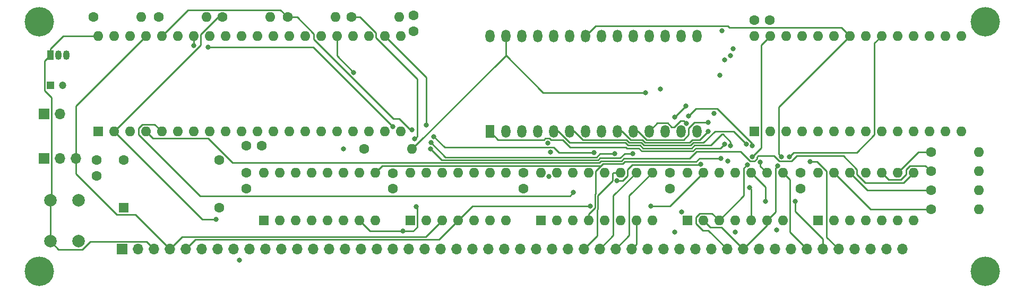
<source format=gtl>
G04 #@! TF.GenerationSoftware,KiCad,Pcbnew,(5.1.9-0-10_14)*
G04 #@! TF.CreationDate,2021-05-12T02:12:47+02:00*
G04 #@! TF.ProjectId,mainboard_v2,6d61696e-626f-4617-9264-5f76322e6b69,rev?*
G04 #@! TF.SameCoordinates,Original*
G04 #@! TF.FileFunction,Copper,L1,Top*
G04 #@! TF.FilePolarity,Positive*
%FSLAX46Y46*%
G04 Gerber Fmt 4.6, Leading zero omitted, Abs format (unit mm)*
G04 Created by KiCad (PCBNEW (5.1.9-0-10_14)) date 2021-05-12 02:12:47*
%MOMM*%
%LPD*%
G01*
G04 APERTURE LIST*
G04 #@! TA.AperFunction,ComponentPad*
%ADD10O,1.440000X2.000000*%
G04 #@! TD*
G04 #@! TA.AperFunction,ComponentPad*
%ADD11R,1.440000X2.000000*%
G04 #@! TD*
G04 #@! TA.AperFunction,ComponentPad*
%ADD12C,1.600000*%
G04 #@! TD*
G04 #@! TA.AperFunction,ComponentPad*
%ADD13R,1.600000X1.600000*%
G04 #@! TD*
G04 #@! TA.AperFunction,ComponentPad*
%ADD14O,1.600000X1.600000*%
G04 #@! TD*
G04 #@! TA.AperFunction,ComponentPad*
%ADD15O,1.700000X1.700000*%
G04 #@! TD*
G04 #@! TA.AperFunction,ComponentPad*
%ADD16R,1.700000X1.700000*%
G04 #@! TD*
G04 #@! TA.AperFunction,ComponentPad*
%ADD17C,2.000000*%
G04 #@! TD*
G04 #@! TA.AperFunction,ComponentPad*
%ADD18C,4.700000*%
G04 #@! TD*
G04 #@! TA.AperFunction,ComponentPad*
%ADD19R,1.050000X1.500000*%
G04 #@! TD*
G04 #@! TA.AperFunction,ComponentPad*
%ADD20O,1.050000X1.500000*%
G04 #@! TD*
G04 #@! TA.AperFunction,ComponentPad*
%ADD21C,1.200000*%
G04 #@! TD*
G04 #@! TA.AperFunction,ComponentPad*
%ADD22R,1.200000X1.200000*%
G04 #@! TD*
G04 #@! TA.AperFunction,ViaPad*
%ADD23C,0.800000*%
G04 #@! TD*
G04 #@! TA.AperFunction,Conductor*
%ADD24C,0.254000*%
G04 #@! TD*
G04 #@! TA.AperFunction,Conductor*
%ADD25C,0.250000*%
G04 #@! TD*
G04 APERTURE END LIST*
D10*
X165862000Y-86868000D03*
X165862000Y-102108000D03*
X163322000Y-86868000D03*
X163322000Y-102108000D03*
X160782000Y-86868000D03*
X160782000Y-102108000D03*
X158242000Y-86868000D03*
X158242000Y-102108000D03*
X155702000Y-86868000D03*
X155702000Y-102108000D03*
X153162000Y-86868000D03*
X153162000Y-102108000D03*
X150622000Y-86868000D03*
X150622000Y-102108000D03*
X148082000Y-86868000D03*
X148082000Y-102108000D03*
X145542000Y-86868000D03*
X145542000Y-102108000D03*
X143002000Y-86868000D03*
X143002000Y-102108000D03*
X140462000Y-86868000D03*
X140462000Y-102108000D03*
X137922000Y-86868000D03*
X137922000Y-102108000D03*
X135382000Y-86868000D03*
X135382000Y-102108000D03*
X132842000Y-86868000D03*
D11*
X132842000Y-102108000D03*
D12*
X89662000Y-114300000D03*
X89662000Y-106680000D03*
X74422000Y-106680000D03*
D13*
X74422000Y-114300000D03*
D14*
X70358000Y-86868000D03*
X118618000Y-102108000D03*
X72898000Y-86868000D03*
X116078000Y-102108000D03*
X75438000Y-86868000D03*
X113538000Y-102108000D03*
X77978000Y-86868000D03*
X110998000Y-102108000D03*
X80518000Y-86868000D03*
X108458000Y-102108000D03*
X83058000Y-86868000D03*
X105918000Y-102108000D03*
X85598000Y-86868000D03*
X103378000Y-102108000D03*
X88138000Y-86868000D03*
X100838000Y-102108000D03*
X90678000Y-86868000D03*
X98298000Y-102108000D03*
X93218000Y-86868000D03*
X95758000Y-102108000D03*
X95758000Y-86868000D03*
X93218000Y-102108000D03*
X98298000Y-86868000D03*
X90678000Y-102108000D03*
X100838000Y-86868000D03*
X88138000Y-102108000D03*
X103378000Y-86868000D03*
X85598000Y-102108000D03*
X105918000Y-86868000D03*
X83058000Y-102108000D03*
X108458000Y-86868000D03*
X80518000Y-102108000D03*
X110998000Y-86868000D03*
X77978000Y-102108000D03*
X113538000Y-86868000D03*
X75438000Y-102108000D03*
X116078000Y-86868000D03*
X72898000Y-102108000D03*
X118618000Y-86868000D03*
D13*
X70358000Y-102108000D03*
D15*
X64262000Y-99314000D03*
D16*
X61722000Y-99314000D03*
D17*
X62738000Y-113134000D03*
X67238000Y-113134000D03*
X62738000Y-119634000D03*
X67238000Y-119634000D03*
D14*
X77216000Y-83820000D03*
D12*
X69596000Y-83820000D03*
D14*
X164338000Y-108712000D03*
X179578000Y-116332000D03*
X166878000Y-108712000D03*
X177038000Y-116332000D03*
X169418000Y-108712000D03*
X174498000Y-116332000D03*
X171958000Y-108712000D03*
X171958000Y-116332000D03*
X174498000Y-108712000D03*
X169418000Y-116332000D03*
X177038000Y-108712000D03*
X166878000Y-116332000D03*
X179578000Y-108712000D03*
D13*
X164338000Y-116332000D03*
D14*
X120142000Y-108712000D03*
X135382000Y-116332000D03*
X122682000Y-108712000D03*
X132842000Y-116332000D03*
X125222000Y-108712000D03*
X130302000Y-116332000D03*
X127762000Y-108712000D03*
X127762000Y-116332000D03*
X130302000Y-108712000D03*
X125222000Y-116332000D03*
X132842000Y-108712000D03*
X122682000Y-116332000D03*
X135382000Y-108712000D03*
D13*
X120142000Y-116332000D03*
D18*
X60960000Y-124460000D03*
X211836000Y-124460000D03*
X60960000Y-84582000D03*
X211836000Y-84582000D03*
D14*
X185166000Y-108712000D03*
X200406000Y-116332000D03*
X187706000Y-108712000D03*
X197866000Y-116332000D03*
X190246000Y-108712000D03*
X195326000Y-116332000D03*
X192786000Y-108712000D03*
X192786000Y-116332000D03*
X195326000Y-108712000D03*
X190246000Y-116332000D03*
X197866000Y-108712000D03*
X187706000Y-116332000D03*
X200406000Y-108712000D03*
D13*
X185166000Y-116332000D03*
D15*
X196088000Y-120904000D03*
X198628000Y-120904000D03*
X193548000Y-120904000D03*
X191008000Y-120904000D03*
X188468000Y-120904000D03*
X185928000Y-120904000D03*
X183388000Y-120904000D03*
X180848000Y-120904000D03*
X178308000Y-120904000D03*
X175768000Y-120904000D03*
D16*
X74168000Y-120904000D03*
D15*
X76708000Y-120904000D03*
X79248000Y-120904000D03*
X81788000Y-120904000D03*
X84328000Y-120904000D03*
X86868000Y-120904000D03*
X89408000Y-120904000D03*
X91948000Y-120904000D03*
X94488000Y-120904000D03*
X97028000Y-120904000D03*
X99568000Y-120904000D03*
X102108000Y-120904000D03*
X104648000Y-120904000D03*
X107188000Y-120904000D03*
X109728000Y-120904000D03*
X112268000Y-120904000D03*
X114808000Y-120904000D03*
X117348000Y-120904000D03*
X119888000Y-120904000D03*
X122428000Y-120904000D03*
X124968000Y-120904000D03*
X127508000Y-120904000D03*
X130048000Y-120904000D03*
X132588000Y-120904000D03*
X135128000Y-120904000D03*
X137668000Y-120904000D03*
X140208000Y-120904000D03*
X142748000Y-120904000D03*
X145288000Y-120904000D03*
X147828000Y-120904000D03*
X150368000Y-120904000D03*
X152908000Y-120904000D03*
X155448000Y-120904000D03*
X157988000Y-120904000D03*
X160528000Y-120904000D03*
X163068000Y-120904000D03*
X165608000Y-120904000D03*
X168148000Y-120904000D03*
X170688000Y-120904000D03*
X173228000Y-120904000D03*
D14*
X140970000Y-108712000D03*
X158750000Y-116332000D03*
X143510000Y-108712000D03*
X156210000Y-116332000D03*
X146050000Y-108712000D03*
X153670000Y-116332000D03*
X148590000Y-108712000D03*
X151130000Y-116332000D03*
X151130000Y-108712000D03*
X148590000Y-116332000D03*
X153670000Y-108712000D03*
X146050000Y-116332000D03*
X156210000Y-108712000D03*
X143510000Y-116332000D03*
X158750000Y-108712000D03*
D13*
X140970000Y-116332000D03*
D14*
X96774000Y-108712000D03*
X114554000Y-116332000D03*
X99314000Y-108712000D03*
X112014000Y-116332000D03*
X101854000Y-108712000D03*
X109474000Y-116332000D03*
X104394000Y-108712000D03*
X106934000Y-116332000D03*
X106934000Y-108712000D03*
X104394000Y-116332000D03*
X109474000Y-108712000D03*
X101854000Y-116332000D03*
X112014000Y-108712000D03*
X99314000Y-116332000D03*
X114554000Y-108712000D03*
D13*
X96774000Y-116332000D03*
D14*
X175006000Y-86868000D03*
X208026000Y-102108000D03*
X177546000Y-86868000D03*
X205486000Y-102108000D03*
X180086000Y-86868000D03*
X202946000Y-102108000D03*
X182626000Y-86868000D03*
X200406000Y-102108000D03*
X185166000Y-86868000D03*
X197866000Y-102108000D03*
X187706000Y-86868000D03*
X195326000Y-102108000D03*
X190246000Y-86868000D03*
X192786000Y-102108000D03*
X192786000Y-86868000D03*
X190246000Y-102108000D03*
X195326000Y-86868000D03*
X187706000Y-102108000D03*
X197866000Y-86868000D03*
X185166000Y-102108000D03*
X200406000Y-86868000D03*
X182626000Y-102108000D03*
X202946000Y-86868000D03*
X180086000Y-102108000D03*
X205486000Y-86868000D03*
X177546000Y-102108000D03*
X208026000Y-86868000D03*
D13*
X175006000Y-102108000D03*
D19*
X62738000Y-89916000D03*
D20*
X65278000Y-89916000D03*
X64008000Y-89916000D03*
D14*
X210820000Y-114554000D03*
D12*
X203200000Y-114554000D03*
D14*
X210820000Y-111506000D03*
D12*
X203200000Y-111506000D03*
D14*
X210820000Y-108458000D03*
D12*
X203200000Y-108458000D03*
D14*
X210820000Y-105410000D03*
D12*
X203200000Y-105410000D03*
D14*
X120396000Y-104902000D03*
D12*
X112776000Y-104902000D03*
D14*
X118364000Y-83820000D03*
D12*
X110744000Y-83820000D03*
D14*
X108204000Y-83820000D03*
D12*
X100584000Y-83820000D03*
D14*
X97790000Y-83820000D03*
D12*
X90170000Y-83820000D03*
D14*
X87630000Y-83820000D03*
D12*
X80010000Y-83820000D03*
D15*
X66802000Y-106426000D03*
X64262000Y-106426000D03*
D16*
X61722000Y-106426000D03*
D12*
X182372000Y-111212000D03*
X182372000Y-108712000D03*
X96480000Y-104394000D03*
X93980000Y-104394000D03*
X120650000Y-83566000D03*
X120650000Y-86066000D03*
X177506000Y-84328000D03*
X175006000Y-84328000D03*
X70104000Y-109180000D03*
X70104000Y-106680000D03*
X93980000Y-111212000D03*
X93980000Y-108712000D03*
X117348000Y-111252000D03*
X117348000Y-108752000D03*
X138176000Y-111212000D03*
X138176000Y-108712000D03*
X161544000Y-111212000D03*
X161544000Y-108712000D03*
D21*
X64738000Y-94742000D03*
D22*
X62738000Y-94742000D03*
D23*
X178777254Y-107563593D03*
X179324000Y-106137010D03*
X173918325Y-107437633D03*
X174713929Y-106137010D03*
X92945429Y-122665395D03*
X169854914Y-86047063D03*
X171634012Y-88929644D03*
X171216983Y-89979036D03*
X170293845Y-90678008D03*
X169566835Y-93124983D03*
X164084000Y-98044000D03*
X162306000Y-99822000D03*
X164200333Y-100842639D03*
X109474000Y-104902000D03*
X111122376Y-92675000D03*
X170286349Y-104143032D03*
X118950048Y-118031952D03*
X121096913Y-114107086D03*
X122682000Y-101053998D03*
X142061251Y-103956000D03*
X142494000Y-105410000D03*
X171261328Y-104365381D03*
X142257800Y-109338100D03*
X173736000Y-104140000D03*
X160070839Y-95342009D03*
X168628745Y-99209690D03*
X167653895Y-102103092D03*
X167625421Y-100649091D03*
X158496000Y-114046000D03*
X148872268Y-114023977D03*
X123374012Y-104894802D03*
X120837296Y-103323444D03*
X155631024Y-105629010D03*
X178562000Y-117856000D03*
X171958000Y-118186023D03*
X146186115Y-111865736D03*
X183896000Y-106934000D03*
X174730896Y-104416022D03*
X157709928Y-95889855D03*
X164562803Y-99609346D03*
X176784000Y-113284000D03*
X181564913Y-113238913D03*
X180594000Y-106137010D03*
X120396000Y-101854000D03*
X163428802Y-114942009D03*
X162306000Y-118186011D03*
X152737871Y-105646364D03*
X123445980Y-103893589D03*
X89154000Y-116154011D03*
X174244000Y-111074001D03*
X87884000Y-88646000D03*
X85591933Y-88385933D03*
X153134702Y-110007413D03*
X166478001Y-107370347D03*
X149496798Y-105495956D03*
X123928940Y-102965105D03*
X117367987Y-101378135D03*
X170811228Y-106845021D03*
X169736817Y-106391010D03*
X175979869Y-106973915D03*
D24*
X66802000Y-98044000D02*
X66802000Y-106426000D01*
X77978000Y-86868000D02*
X66802000Y-98044000D01*
X66802000Y-108868602D02*
X66802000Y-106426000D01*
X73360399Y-115427001D02*
X66802000Y-108868602D01*
X76311001Y-115427001D02*
X73360399Y-115427001D01*
X81788000Y-120904000D02*
X76311001Y-115427001D01*
X122637021Y-118916979D02*
X83775021Y-118916979D01*
X83775021Y-118916979D02*
X81788000Y-120904000D01*
X125222000Y-116332000D02*
X122637021Y-118916979D01*
X169783001Y-117459001D02*
X173228000Y-120904000D01*
X168005001Y-117459001D02*
X169783001Y-117459001D01*
X166878000Y-116332000D02*
X168005001Y-117459001D01*
X177038000Y-117094000D02*
X177038000Y-116332000D01*
X173228000Y-120904000D02*
X177038000Y-117094000D01*
X188880976Y-85502976D02*
X190246000Y-86868000D01*
X171045115Y-85502976D02*
X188880976Y-85502976D01*
X148082000Y-86868000D02*
X149701024Y-85248976D01*
X149701024Y-85248976D02*
X170791115Y-85248976D01*
X170791115Y-85248976D02*
X171045115Y-85502976D01*
X190246000Y-86868000D02*
X178924001Y-98189999D01*
X178924001Y-105737011D02*
X179324000Y-106137010D01*
X178924001Y-98189999D02*
X178924001Y-105737011D01*
X178377255Y-107963592D02*
X178777254Y-107563593D01*
X177038000Y-116332000D02*
X178377255Y-114992745D01*
X178377255Y-114992745D02*
X178377255Y-107963592D01*
X166791048Y-117913010D02*
X167697010Y-117913010D01*
X165750999Y-116872961D02*
X166791048Y-117913010D01*
X165750999Y-115791039D02*
X165750999Y-116872961D01*
X166337039Y-115204999D02*
X165750999Y-115791039D01*
X167697010Y-117913010D02*
X170688000Y-120904000D01*
X168290999Y-115204999D02*
X166337039Y-115204999D01*
X169418000Y-116332000D02*
X168290999Y-115204999D01*
X177546000Y-86868000D02*
X176133001Y-88280999D01*
X176133001Y-88280999D02*
X176133001Y-104717938D01*
X176133001Y-104717938D02*
X174713929Y-106137010D01*
X169418000Y-116332000D02*
X173370999Y-112379001D01*
X173370999Y-112379001D02*
X173370999Y-107984959D01*
X173370999Y-107984959D02*
X173918325Y-107437633D01*
X193548000Y-114554000D02*
X187706000Y-108712000D01*
X203200000Y-114554000D02*
X193548000Y-114554000D01*
X193040000Y-111506000D02*
X190246000Y-108712000D01*
X203200000Y-111506000D02*
X193040000Y-111506000D01*
X202326999Y-107584999D02*
X203200000Y-108458000D01*
X199865039Y-107584999D02*
X202326999Y-107584999D01*
X199278999Y-108171039D02*
X199865039Y-107584999D01*
X199278999Y-108966963D02*
X199278999Y-108171039D01*
X198406961Y-109839001D02*
X199278999Y-108966963D01*
X196453001Y-109839001D02*
X198406961Y-109839001D01*
X195326000Y-108712000D02*
X196453001Y-109839001D01*
X201168000Y-105410000D02*
X203200000Y-105410000D01*
X197866000Y-108712000D02*
X201168000Y-105410000D01*
X156210000Y-120142000D02*
X155448000Y-120904000D01*
X156210000Y-116332000D02*
X156210000Y-120142000D01*
X155082999Y-112379001D02*
X158750000Y-108712000D01*
X155082999Y-118729001D02*
X155082999Y-112379001D01*
X152908000Y-120904000D02*
X155082999Y-118729001D01*
X152542999Y-118729001D02*
X150368000Y-120904000D01*
X152542999Y-112379001D02*
X152542999Y-118729001D01*
X156210000Y-108712000D02*
X152542999Y-112379001D01*
X149964456Y-118767544D02*
X149964456Y-114655725D01*
X150053272Y-112328728D02*
X152401719Y-109980281D01*
X147828000Y-120904000D02*
X149964456Y-118767544D01*
X149964456Y-114655725D02*
X150053272Y-114566909D01*
X152401719Y-109980281D02*
X152401719Y-108848911D01*
X152538630Y-108712000D02*
X153670000Y-108712000D01*
X150053272Y-114566909D02*
X150053272Y-112328728D01*
X152401719Y-108848911D02*
X152538630Y-108712000D01*
X164084000Y-98044000D02*
X162306000Y-99822000D01*
X158242000Y-102108000D02*
X159569009Y-100780991D01*
X163800334Y-100442640D02*
X164200333Y-100842639D01*
X161236979Y-100780991D02*
X161850303Y-101394315D01*
X161850303Y-101394315D02*
X162274990Y-101394315D01*
X163226665Y-100442640D02*
X163800334Y-100442640D01*
X162274990Y-101394315D02*
X163226665Y-100442640D01*
X159569009Y-100780991D02*
X161236979Y-100780991D01*
D25*
X108458000Y-90010624D02*
X108458000Y-86868000D01*
X111122376Y-92675000D02*
X108458000Y-90010624D01*
D24*
X169632340Y-104797041D02*
X170286349Y-104143032D01*
X165235417Y-105251051D02*
X165689427Y-104797041D01*
X157056090Y-105251051D02*
X165235417Y-105251051D01*
X156602082Y-104797043D02*
X157056090Y-105251051D01*
X142568315Y-103435010D02*
X144466247Y-103435010D01*
X142362292Y-103228987D02*
X142568315Y-103435010D01*
X141712301Y-103228987D02*
X142362292Y-103228987D01*
X154555101Y-104648000D02*
X154704144Y-104797043D01*
X144466247Y-103435010D02*
X145679237Y-104648000D01*
X141506278Y-103435010D02*
X141712301Y-103228987D01*
X165689427Y-104797041D02*
X169632340Y-104797041D01*
X134169010Y-103435010D02*
X141506278Y-103435010D01*
X154704144Y-104797043D02*
X156602082Y-104797043D01*
X145679237Y-104648000D02*
X154555101Y-104648000D01*
X132842000Y-102108000D02*
X134169010Y-103435010D01*
X113713952Y-118031952D02*
X112014000Y-116332000D01*
X118950048Y-118031952D02*
X113713952Y-118031952D01*
X121269001Y-114279174D02*
X121096913Y-114107086D01*
X121269001Y-117393601D02*
X121269001Y-114279174D01*
X120630650Y-118031952D02*
X121269001Y-117393601D01*
X118950048Y-118031952D02*
X120630650Y-118031952D01*
X122682000Y-93472000D02*
X122682000Y-101053998D01*
X116078000Y-86868000D02*
X122682000Y-93472000D01*
X170023643Y-102562011D02*
X171261328Y-103799696D01*
X171261328Y-103799696D02*
X171261328Y-104365381D01*
X154438190Y-103889021D02*
X154892201Y-104343032D01*
X168091185Y-104343031D02*
X169872205Y-102562011D01*
X156790135Y-104343032D02*
X157244146Y-104797041D01*
X165047359Y-104797041D02*
X165501368Y-104343032D01*
X154892201Y-104343032D02*
X156790135Y-104343032D01*
X145562326Y-103889021D02*
X154438190Y-103889021D01*
X169872205Y-102562011D02*
X170023643Y-102562011D01*
X165501368Y-104343032D02*
X168091185Y-104343031D01*
X143781305Y-102108000D02*
X145562326Y-103889021D01*
X157244146Y-104797041D02*
X165047359Y-104797041D01*
X143002000Y-102108000D02*
X143781305Y-102108000D01*
X146321305Y-102108000D02*
X147648315Y-103435010D01*
X166943939Y-103889021D02*
X168724960Y-102108000D01*
X168724960Y-102108000D02*
X171704000Y-102108000D01*
X156978190Y-103889021D02*
X157432202Y-104343031D01*
X155080258Y-103889021D02*
X156978190Y-103889021D01*
X165313311Y-103889021D02*
X166943939Y-103889021D01*
X147648315Y-103435010D02*
X154626247Y-103435010D01*
X164859301Y-104343031D02*
X165313311Y-103889021D01*
X171704000Y-102108000D02*
X173736000Y-104140000D01*
X157432202Y-104343031D02*
X164859301Y-104343031D01*
X154626247Y-103435010D02*
X155080258Y-103889021D01*
X145542000Y-102108000D02*
X146321305Y-102108000D01*
X153162000Y-102108000D02*
X153941305Y-102108000D01*
X153941305Y-102108000D02*
X155268315Y-103435010D01*
X165125254Y-103435010D02*
X166321977Y-103435010D01*
X155268315Y-103435010D02*
X157166247Y-103435010D01*
X157620258Y-103889021D02*
X164671243Y-103889021D01*
X166321977Y-103435010D02*
X167653895Y-102103092D01*
X164671243Y-103889021D02*
X165125254Y-103435010D01*
X157166247Y-103435010D02*
X157620258Y-103889021D01*
X164549294Y-101569640D02*
X165469843Y-100649091D01*
X155702000Y-102108000D02*
X156481305Y-102108000D01*
X157808315Y-103435010D02*
X163755685Y-103435010D01*
X156481305Y-102108000D02*
X157808315Y-103435010D01*
X163755685Y-103435010D02*
X164549294Y-102641401D01*
X164549294Y-102641401D02*
X164549294Y-101569640D01*
X165469843Y-100649091D02*
X167625421Y-100649091D01*
X161544000Y-114046000D02*
X166878000Y-108712000D01*
X158496000Y-114046000D02*
X161544000Y-114046000D01*
X130070023Y-114023977D02*
X148872268Y-114023977D01*
X127762000Y-116332000D02*
X130070023Y-114023977D01*
X84328000Y-120904000D02*
X85852000Y-119380000D01*
X124714000Y-119380000D02*
X127762000Y-116332000D01*
X85852000Y-119380000D02*
X124714000Y-119380000D01*
X64782000Y-86868000D02*
X70358000Y-86868000D01*
X62738000Y-88912000D02*
X64782000Y-86868000D01*
X62738000Y-89916000D02*
X62738000Y-88912000D01*
X67874961Y-120961001D02*
X64065001Y-120961001D01*
X64065001Y-120961001D02*
X62738000Y-119634000D01*
X69108963Y-119726999D02*
X67874961Y-120961001D01*
X78070999Y-119726999D02*
X69108963Y-119726999D01*
X79248000Y-120904000D02*
X78070999Y-119726999D01*
X62738000Y-119634000D02*
X62738000Y-113134000D01*
X61810999Y-95603601D02*
X61810999Y-90843001D01*
X61810999Y-90843001D02*
X62738000Y-89916000D01*
X62899001Y-96691603D02*
X61810999Y-95603601D01*
X62899001Y-112972999D02*
X62899001Y-96691603D01*
X62738000Y-113134000D02*
X62899001Y-112972999D01*
X114665001Y-86327039D02*
X114665001Y-87122963D01*
X110744000Y-83820000D02*
X112157962Y-83820000D01*
X112157962Y-83820000D02*
X114665001Y-86327039D01*
X114665001Y-87122963D02*
X121237295Y-93695257D01*
X121237295Y-93695257D02*
X121237295Y-102923445D01*
X121237295Y-102923445D02*
X120837296Y-103323444D01*
X123374012Y-104894802D02*
X125156187Y-106676977D01*
X125156187Y-106676977D02*
X150112870Y-106676977D01*
X150112870Y-106676977D02*
X150416481Y-106373366D01*
X153633590Y-106373366D02*
X154377946Y-105629010D01*
X150416481Y-106373366D02*
X153633590Y-106373366D01*
X154377946Y-105629010D02*
X155631024Y-105629010D01*
X80518000Y-102108000D02*
X79390999Y-100980999D01*
X77437039Y-100980999D02*
X76850999Y-101567039D01*
X86630891Y-112428853D02*
X145622998Y-112428853D01*
X145622998Y-112428853D02*
X146186115Y-111865736D01*
X76850999Y-102648961D02*
X86630891Y-112428853D01*
X79390999Y-100980999D02*
X77437039Y-100980999D01*
X76850999Y-101567039D02*
X76850999Y-102648961D01*
X135382000Y-86868000D02*
X135382000Y-89916000D01*
X186578999Y-108457037D02*
X186578999Y-119014999D01*
X185055962Y-106934000D02*
X186578999Y-108457037D01*
X186578999Y-119014999D02*
X188468000Y-120904000D01*
X183896000Y-106934000D02*
X185055962Y-106934000D01*
X135382000Y-89916000D02*
X135382000Y-89975964D01*
X120455964Y-104902000D02*
X120396000Y-104902000D01*
X135382000Y-89975964D02*
X120455964Y-104902000D01*
X141355855Y-95889855D02*
X157144243Y-95889855D01*
X157144243Y-95889855D02*
X157709928Y-95889855D01*
X135382000Y-89916000D02*
X141355855Y-95889855D01*
X174730896Y-104058932D02*
X169105582Y-98433618D01*
X169105582Y-98433618D02*
X165738531Y-98433618D01*
X174730896Y-104416022D02*
X174730896Y-104058932D01*
X165738531Y-98433618D02*
X164562803Y-99609346D01*
X176784000Y-110998000D02*
X176784000Y-113284000D01*
X174498000Y-108712000D02*
X176784000Y-110998000D01*
X185928000Y-119282602D02*
X185928000Y-120904000D01*
X181564913Y-114919515D02*
X185928000Y-119282602D01*
X181564913Y-113238913D02*
X181564913Y-114919515D01*
X180705001Y-118221001D02*
X183388000Y-120904000D01*
X180705001Y-109839001D02*
X180705001Y-118221001D01*
X179578000Y-108712000D02*
X180705001Y-109839001D01*
X195326000Y-86868000D02*
X194198999Y-87995001D01*
X194198999Y-87995001D02*
X194198999Y-102648961D01*
X194198999Y-102648961D02*
X191377926Y-105470034D01*
X181260976Y-105470034D02*
X180594000Y-106137010D01*
X191377926Y-105470034D02*
X181260976Y-105470034D01*
X84693001Y-82692999D02*
X80518000Y-86868000D01*
X99456999Y-82692999D02*
X84693001Y-82692999D01*
X100584000Y-83820000D02*
X99456999Y-82692999D01*
X120142000Y-101854000D02*
X120396000Y-101854000D01*
X118364000Y-100076000D02*
X120142000Y-101854000D01*
X102108000Y-83820000D02*
X104790999Y-86502999D01*
X104790999Y-86502999D02*
X104790999Y-87408961D01*
X117458038Y-100076000D02*
X118364000Y-100076000D01*
X104790999Y-87408961D02*
X117458038Y-100076000D01*
X100584000Y-83820000D02*
X102108000Y-83820000D01*
X152720235Y-105664000D02*
X150412204Y-105664000D01*
X125775357Y-106222966D02*
X123445980Y-103893589D01*
X149853238Y-106222966D02*
X125775357Y-106222966D01*
X150412204Y-105664000D02*
X149853238Y-106222966D01*
X152737871Y-105646364D02*
X152720235Y-105664000D01*
X86725001Y-86613037D02*
X86725001Y-88280999D01*
X89518038Y-83820000D02*
X86725001Y-86613037D01*
X90170000Y-83820000D02*
X89518038Y-83820000D01*
X74930000Y-100076000D02*
X72898000Y-102108000D01*
X86725001Y-88280999D02*
X74930000Y-100076000D01*
X86944011Y-116154011D02*
X72898000Y-102108000D01*
X89154000Y-116154011D02*
X86944011Y-116154011D01*
X174498000Y-111328001D02*
X174244000Y-111074001D01*
X174498000Y-116332000D02*
X174498000Y-111328001D01*
X85591933Y-86874067D02*
X85598000Y-86868000D01*
X85591933Y-88385933D02*
X85591933Y-86874067D01*
X153134702Y-110007413D02*
X154042549Y-110007413D01*
X154797001Y-108171039D02*
X155546453Y-107421587D01*
X166426761Y-107421587D02*
X166478001Y-107370347D01*
X155546453Y-107421587D02*
X166426761Y-107421587D01*
X154042549Y-110007413D02*
X154797001Y-109252961D01*
X154797001Y-109252961D02*
X154797001Y-108171039D01*
X87884000Y-88646000D02*
X104635852Y-88646000D01*
X104635852Y-88646000D02*
X117367987Y-101378135D01*
X125646846Y-104683011D02*
X123928940Y-102965105D01*
X142145027Y-104683011D02*
X125646846Y-104683011D01*
X142145039Y-104682999D02*
X142145027Y-104683011D01*
X143036999Y-104682999D02*
X142145039Y-104682999D01*
X143849956Y-105495956D02*
X143036999Y-104682999D01*
X149496798Y-105495956D02*
X143849956Y-105495956D01*
X150300927Y-107130988D02*
X91780950Y-107130988D01*
X175062890Y-106864011D02*
X174364968Y-106864011D01*
X200406000Y-108712000D02*
X198824989Y-110293011D01*
X178140029Y-106029001D02*
X175652967Y-106029001D01*
X198824989Y-110293011D02*
X192699049Y-110293011D01*
X192699049Y-110293011D02*
X191373001Y-108966963D01*
X180942963Y-106864011D02*
X178975039Y-106864011D01*
X178975039Y-106864011D02*
X178140029Y-106029001D01*
X175652967Y-106029001D02*
X175440930Y-106241038D01*
X174364968Y-106864011D02*
X172860177Y-105359220D01*
X164682200Y-106446336D02*
X154212093Y-106446336D01*
X154212093Y-106446336D02*
X153831052Y-106827377D01*
X153831052Y-106827377D02*
X150604538Y-106827377D01*
X150604538Y-106827377D02*
X150300927Y-107130988D01*
X189230963Y-106029001D02*
X181777973Y-106029001D01*
X175440930Y-106241038D02*
X175440930Y-106485971D01*
X79105001Y-103235001D02*
X77978000Y-102108000D01*
X175440930Y-106485971D02*
X175062890Y-106864011D01*
X87884963Y-103235001D02*
X79105001Y-103235001D01*
X191373001Y-108966963D02*
X191373001Y-108171039D01*
X91780950Y-107130988D02*
X87884963Y-103235001D01*
X165769316Y-105359220D02*
X164682200Y-106446336D01*
X181777973Y-106029001D02*
X180942963Y-106864011D01*
X191373001Y-108171039D02*
X189230963Y-106029001D01*
X172860177Y-105359220D02*
X165769316Y-105359220D01*
X150589039Y-107584999D02*
X115681001Y-107584999D01*
X115681001Y-107584999D02*
X114554000Y-108712000D01*
X148590000Y-115340757D02*
X149599270Y-114331487D01*
X149717001Y-112022933D02*
X149717001Y-108457037D01*
X149717001Y-108457037D02*
X150677019Y-107497019D01*
X149599270Y-112140664D02*
X149717001Y-112022933D01*
X150677019Y-107497019D02*
X150589039Y-107584999D01*
X149599270Y-114331487D02*
X149599270Y-112140664D01*
X148590000Y-116332000D02*
X148590000Y-115340757D01*
X154366497Y-106934000D02*
X165746609Y-106934000D01*
X154019109Y-107281388D02*
X154366497Y-106934000D01*
X150892650Y-107281388D02*
X154019109Y-107281388D01*
X165746609Y-106934000D02*
X166289599Y-106391010D01*
X150589039Y-107584999D02*
X150892650Y-107281388D01*
X166289599Y-106391010D02*
X169736817Y-106391010D01*
X177038000Y-108712000D02*
X175979869Y-107653869D01*
X175979869Y-107653869D02*
X175979869Y-106973915D01*
M02*

</source>
